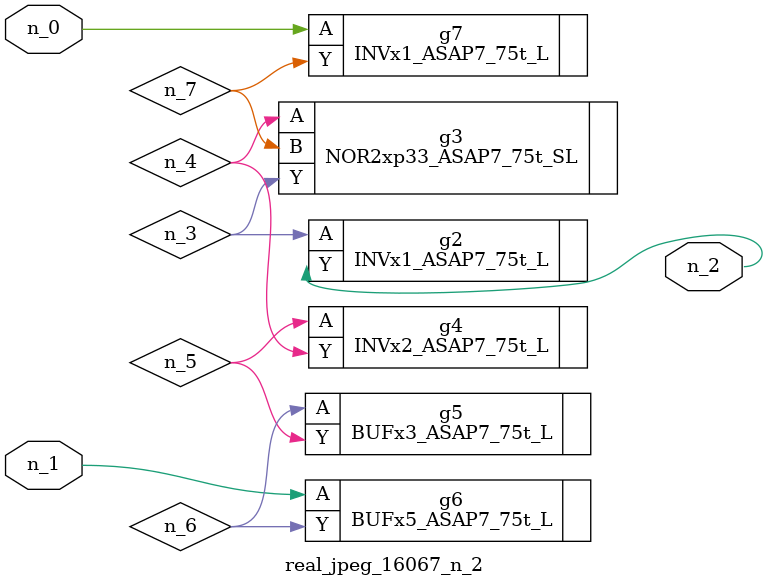
<source format=v>
module real_jpeg_16067_n_2 (n_1, n_0, n_2);

input n_1;
input n_0;

output n_2;

wire n_5;
wire n_4;
wire n_6;
wire n_7;
wire n_3;

INVx1_ASAP7_75t_L g7 ( 
.A(n_0),
.Y(n_7)
);

BUFx5_ASAP7_75t_L g6 ( 
.A(n_1),
.Y(n_6)
);

INVx1_ASAP7_75t_L g2 ( 
.A(n_3),
.Y(n_2)
);

NOR2xp33_ASAP7_75t_SL g3 ( 
.A(n_4),
.B(n_7),
.Y(n_3)
);

INVx2_ASAP7_75t_L g4 ( 
.A(n_5),
.Y(n_4)
);

BUFx3_ASAP7_75t_L g5 ( 
.A(n_6),
.Y(n_5)
);


endmodule
</source>
